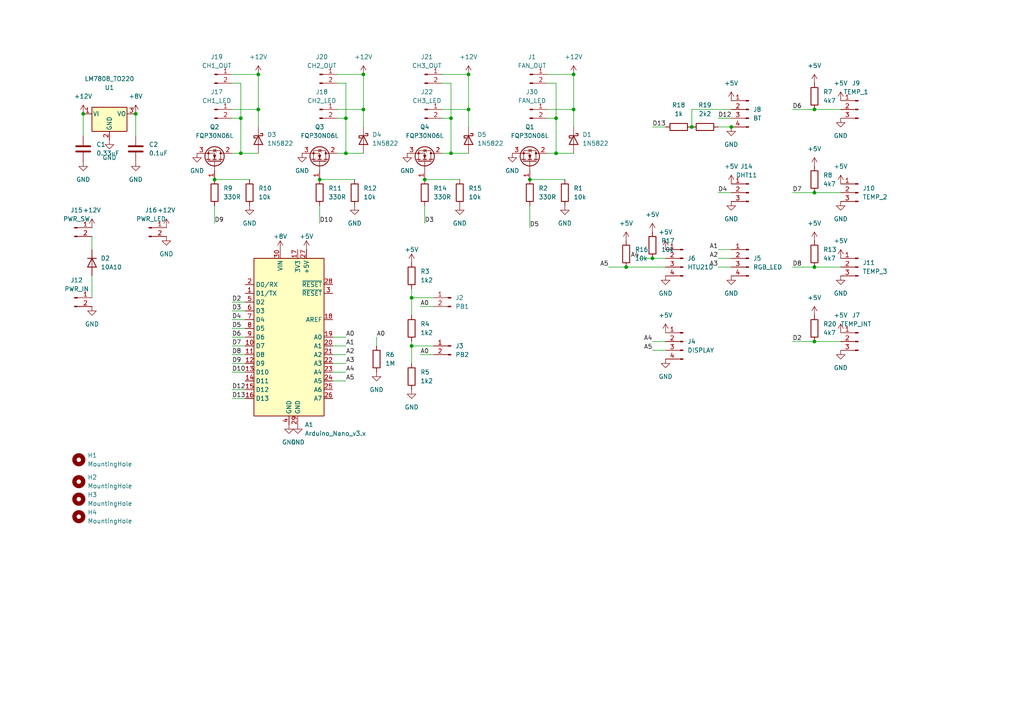
<source format=kicad_sch>
(kicad_sch (version 20211123) (generator eeschema)
  (paper "A4")
  (lib_symbols
    (symbol "Connector:Conn_01x02_Male" (pin_names (offset 1.016) hide)
      (property "Reference" "J" (at 0 2.54 0))
      (property "Value" "Conn_01x02_Male" (at 0 -5.08 0))
      (symbol "Conn_01x02_Male_1_1"
        (polyline (pts (xy 1.27 -2.54) (xy 0.8636 -2.54)) (stroke (width 0.1524)))
        (polyline (pts (xy 1.27 0) (xy 0.8636 0)) (stroke (width 0.1524)))
        (rectangle (start 0.8636 -2.413) (end 0 -2.667) (stroke (width 0.1524)) (fill (type outline)))
        (rectangle (start 0.8636 0.127) (end 0 -0.127) (stroke (width 0.1524)) (fill (type outline)))
        (pin passive line (at 5.08 0 180) (length 3.81) (name "Pin_1") (number "1"))
        (pin passive line (at 5.08 -2.54 180) (length 3.81) (name "Pin_2") (number "2"))
      )
    )
    (symbol "Connector:Conn_01x03_Male" (pin_names (offset 1.016) hide)
      (property "Reference" "J" (at 0 5.08 0))
      (property "Value" "Conn_01x03_Male" (at 0 -5.08 0))
      (symbol "Conn_01x03_Male_1_1"
        (polyline (pts (xy 1.27 -2.54) (xy 0.8636 -2.54)) (stroke (width 0.1524)))
        (polyline (pts (xy 1.27 0) (xy 0.8636 0)) (stroke (width 0.1524)))
        (polyline (pts (xy 1.27 2.54) (xy 0.8636 2.54)) (stroke (width 0.1524)))
        (rectangle (start 0.8636 -2.413) (end 0 -2.667) (stroke (width 0.1524)) (fill (type outline)))
        (rectangle (start 0.8636 0.127) (end 0 -0.127) (stroke (width 0.1524)) (fill (type outline)))
        (rectangle (start 0.8636 2.667) (end 0 2.413) (stroke (width 0.1524)) (fill (type outline)))
        (pin passive line (at 5.08 2.54 180) (length 3.81) (name "Pin_1") (number "1"))
        (pin passive line (at 5.08 0 180) (length 3.81) (name "Pin_2") (number "2"))
        (pin passive line (at 5.08 -2.54 180) (length 3.81) (name "Pin_3") (number "3"))
      )
    )
    (symbol "Connector:Conn_01x04_Male" (pin_names (offset 1.016) hide)
      (property "Reference" "J" (at 0 5.08 0))
      (property "Value" "Conn_01x04_Male" (at 0 -7.62 0))
      (symbol "Conn_01x04_Male_1_1"
        (polyline (pts (xy 1.27 -5.08) (xy 0.8636 -5.08)) (stroke (width 0.1524)))
        (polyline (pts (xy 1.27 -2.54) (xy 0.8636 -2.54)) (stroke (width 0.1524)))
        (polyline (pts (xy 1.27 0) (xy 0.8636 0)) (stroke (width 0.1524)))
        (polyline (pts (xy 1.27 2.54) (xy 0.8636 2.54)) (stroke (width 0.1524)))
        (rectangle (start 0.8636 -4.953) (end 0 -5.207) (stroke (width 0.1524)) (fill (type outline)))
        (rectangle (start 0.8636 -2.413) (end 0 -2.667) (stroke (width 0.1524)) (fill (type outline)))
        (rectangle (start 0.8636 0.127) (end 0 -0.127) (stroke (width 0.1524)) (fill (type outline)))
        (rectangle (start 0.8636 2.667) (end 0 2.413) (stroke (width 0.1524)) (fill (type outline)))
        (pin passive line (at 5.08 2.54 180) (length 3.81) (name "Pin_1") (number "1"))
        (pin passive line (at 5.08 0 180) (length 3.81) (name "Pin_2") (number "2"))
        (pin passive line (at 5.08 -2.54 180) (length 3.81) (name "Pin_3") (number "3"))
        (pin passive line (at 5.08 -5.08 180) (length 3.81) (name "Pin_4") (number "4"))
      )
    )
    (symbol "Device:C" (pin_numbers hide) (pin_names (offset 0.254))
      (property "Reference" "C" (at 0.635 2.54 0))
      (property "Value" "C" (at 0.635 -2.54 0))
      (symbol "C_0_1"
        (polyline (pts (xy -2.032 -0.762) (xy 2.032 -0.762)) (stroke (width 0.508)))
        (polyline (pts (xy -2.032 0.762) (xy 2.032 0.762)) (stroke (width 0.508)))
      )
      (symbol "C_1_1"
        (pin passive line (at 0 3.81 270) (length 2.794) (name "~") (number "1"))
        (pin passive line (at 0 -3.81 90) (length 2.794) (name "~") (number "2"))
      )
    )
    (symbol "Device:R" (pin_numbers hide) (pin_names (offset 0))
      (property "Reference" "R" (at 2.032 0 90))
      (property "Value" "R" (at 0 0 90))
      (symbol "R_0_1"
        (rectangle (start -1.016 -2.54) (end 1.016 2.54) (stroke (width 0.254)))
      )
      (symbol "R_1_1"
        (pin passive line (at 0 3.81 270) (length 1.27) (name "~") (number "1"))
        (pin passive line (at 0 -3.81 90) (length 1.27) (name "~") (number "2"))
      )
    )
    (symbol "Diode:1N4001" (pin_numbers hide) (pin_names (offset 1.016) hide)
      (property "Reference" "D" (at 0 2.54 0))
      (property "Value" "1N4001" (at 0 -2.54 0))
      (symbol "1N4001_0_1"
        (polyline (pts (xy -1.27 1.27) (xy -1.27 -1.27)) (stroke (width 0.254)))
        (polyline (pts (xy 1.27 0) (xy -1.27 0)))
        (polyline (pts (xy 1.27 1.27) (xy 1.27 -1.27) (xy -1.27 0) (xy 1.27 1.27)) (stroke (width 0.254)))
      )
      (symbol "1N4001_1_1"
        (pin passive line (at -3.81 0 0) (length 2.54) (name "K") (number "1"))
        (pin passive line (at 3.81 0 180) (length 2.54) (name "A") (number "2"))
      )
    )
    (symbol "Diode:1N5822" (pin_numbers hide) (pin_names (offset 1.016) hide)
      (property "Reference" "D" (at 0 2.54 0))
      (property "Value" "1N5822" (at 0 -2.54 0))
      (symbol "1N5822_0_1"
        (polyline (pts (xy 1.27 0) (xy -1.27 0)))
        (polyline (pts (xy 1.27 1.27) (xy 1.27 -1.27) (xy -1.27 0) (xy 1.27 1.27)) (stroke (width 0.254)))
        (polyline (pts (xy -1.905 0.635) (xy -1.905 1.27) (xy -1.27 1.27) (xy -1.27 -1.27) (xy -0.635 -1.27) (xy -0.635 -0.635)) (stroke (width 0.254)))
      )
      (symbol "1N5822_1_1"
        (pin passive line (at -3.81 0 0) (length 2.54) (name "K") (number "1"))
        (pin passive line (at 3.81 0 180) (length 2.54) (name "A") (number "2"))
      )
    )
    (symbol "MCU_Module:Arduino_Nano_v3.x"
      (property "Reference" "A" (at -10.16 23.495 0))
      (property "Value" "Arduino_Nano_v3.x" (at 5.08 -24.13 0))
      (symbol "Arduino_Nano_v3.x_0_1"
        (rectangle (start -10.16 22.86) (end 10.16 -22.86) (stroke (width 0.254)) (fill (type background)))
      )
      (symbol "Arduino_Nano_v3.x_1_1"
        (pin bidirectional line (at -12.7 12.7 0) (length 2.54) (name "D1/TX") (number "1"))
        (pin bidirectional line (at -12.7 -2.54 0) (length 2.54) (name "D7") (number "10"))
        (pin bidirectional line (at -12.7 -5.08 0) (length 2.54) (name "D8") (number "11"))
        (pin bidirectional line (at -12.7 -7.62 0) (length 2.54) (name "D9") (number "12"))
        (pin bidirectional line (at -12.7 -10.16 0) (length 2.54) (name "D10") (number "13"))
        (pin bidirectional line (at -12.7 -12.7 0) (length 2.54) (name "D11") (number "14"))
        (pin bidirectional line (at -12.7 -15.24 0) (length 2.54) (name "D12") (number "15"))
        (pin bidirectional line (at -12.7 -17.78 0) (length 2.54) (name "D13") (number "16"))
        (pin power_out line (at 2.54 25.4 270) (length 2.54) (name "3V3") (number "17"))
        (pin input line (at 12.7 5.08 180) (length 2.54) (name "AREF") (number "18"))
        (pin bidirectional line (at 12.7 0 180) (length 2.54) (name "A0") (number "19"))
        (pin bidirectional line (at -12.7 15.24 0) (length 2.54) (name "D0/RX") (number "2"))
        (pin bidirectional line (at 12.7 -2.54 180) (length 2.54) (name "A1") (number "20"))
        (pin bidirectional line (at 12.7 -5.08 180) (length 2.54) (name "A2") (number "21"))
        (pin bidirectional line (at 12.7 -7.62 180) (length 2.54) (name "A3") (number "22"))
        (pin bidirectional line (at 12.7 -10.16 180) (length 2.54) (name "A4") (number "23"))
        (pin bidirectional line (at 12.7 -12.7 180) (length 2.54) (name "A5") (number "24"))
        (pin bidirectional line (at 12.7 -15.24 180) (length 2.54) (name "A6") (number "25"))
        (pin bidirectional line (at 12.7 -17.78 180) (length 2.54) (name "A7") (number "26"))
        (pin power_out line (at 5.08 25.4 270) (length 2.54) (name "+5V") (number "27"))
        (pin input line (at 12.7 15.24 180) (length 2.54) (name "~{RESET}") (number "28"))
        (pin power_in line (at 2.54 -25.4 90) (length 2.54) (name "GND") (number "29"))
        (pin input line (at 12.7 12.7 180) (length 2.54) (name "~{RESET}") (number "3"))
        (pin power_in line (at -2.54 25.4 270) (length 2.54) (name "VIN") (number "30"))
        (pin power_in line (at 0 -25.4 90) (length 2.54) (name "GND") (number "4"))
        (pin bidirectional line (at -12.7 10.16 0) (length 2.54) (name "D2") (number "5"))
        (pin bidirectional line (at -12.7 7.62 0) (length 2.54) (name "D3") (number "6"))
        (pin bidirectional line (at -12.7 5.08 0) (length 2.54) (name "D4") (number "7"))
        (pin bidirectional line (at -12.7 2.54 0) (length 2.54) (name "D5") (number "8"))
        (pin bidirectional line (at -12.7 0 0) (length 2.54) (name "D6") (number "9"))
      )
    )
    (symbol "Mechanical:MountingHole" (pin_names (offset 1.016))
      (property "Reference" "H" (at 0 5.08 0))
      (property "Value" "MountingHole" (at 0 3.175 0))
      (symbol "MountingHole_0_1"
        (circle (center 0 0) (radius 1.27) (stroke (width 1.27)))
      )
    )
    (symbol "Regulator_Linear:LM7808_TO220" (pin_names (offset 0.254))
      (property "Reference" "U" (at -3.81 3.175 0))
      (property "Value" "LM7808_TO220" (at 0 3.175 0))
      (symbol "LM7808_TO220_0_1"
        (rectangle (start -5.08 1.905) (end 5.08 -5.08) (stroke (width 0.254)) (fill (type background)))
      )
      (symbol "LM7808_TO220_1_1"
        (pin power_in line (at -7.62 0 0) (length 2.54) (name "VI") (number "1"))
        (pin power_in line (at 0 -7.62 90) (length 2.54) (name "GND") (number "2"))
        (pin power_out line (at 7.62 0 180) (length 2.54) (name "VO") (number "3"))
      )
    )
    (symbol "Transistor_FET:BUZ11" (pin_names hide)
      (property "Reference" "Q" (at 6.35 1.905 0))
      (property "Value" "BUZ11" (at 6.35 0 0))
      (symbol "BUZ11_0_1"
        (polyline (pts (xy 0.254 0) (xy -2.54 0)))
        (polyline (pts (xy 0.254 1.905) (xy 0.254 -1.905)) (stroke (width 0.254)))
        (polyline (pts (xy 0.762 -1.27) (xy 0.762 -2.286)) (stroke (width 0.254)))
        (polyline (pts (xy 0.762 0.508) (xy 0.762 -0.508)) (stroke (width 0.254)))
        (polyline (pts (xy 0.762 2.286) (xy 0.762 1.27)) (stroke (width 0.254)))
        (polyline (pts (xy 2.54 2.54) (xy 2.54 1.778)))
        (polyline (pts (xy 2.54 -2.54) (xy 2.54 0) (xy 0.762 0)))
        (polyline (pts (xy 0.762 -1.778) (xy 3.302 -1.778) (xy 3.302 1.778) (xy 0.762 1.778)))
        (polyline (pts (xy 1.016 0) (xy 2.032 0.381) (xy 2.032 -0.381) (xy 1.016 0)) (fill (type outline)))
        (polyline (pts (xy 2.794 0.508) (xy 2.921 0.381) (xy 3.683 0.381) (xy 3.81 0.254)))
        (polyline (pts (xy 3.302 0.381) (xy 2.921 -0.254) (xy 3.683 -0.254) (xy 3.302 0.381)))
        (circle (center 1.651 0) (radius 2.794) (stroke (width 0.254)))
        (circle (center 2.54 -1.778) (radius 0.254) (fill (type outline)))
        (circle (center 2.54 1.778) (radius 0.254) (fill (type outline)))
      )
      (symbol "BUZ11_1_1"
        (pin input line (at -5.08 0 0) (length 2.54) (name "G") (number "1"))
        (pin passive line (at 2.54 5.08 270) (length 2.54) (name "D") (number "2"))
        (pin passive line (at 2.54 -5.08 90) (length 2.54) (name "S") (number "3"))
      )
    )
    (symbol "power:+12V" (power) (pin_names (offset 0))
      (property "Value" "+12V" (at 0 3.556 0))
      (symbol "+12V_0_1"
        (polyline (pts (xy -0.762 1.27) (xy 0 2.54)))
        (polyline (pts (xy 0 0) (xy 0 2.54)))
        (polyline (pts (xy 0 2.54) (xy 0.762 1.27)))
      )
      (symbol "+12V_1_1"
        (pin power_in line (at 0 0 90) (length 0) hide (name "+12V") (number "1"))
      )
    )
    (symbol "power:+5V" (power) (pin_names (offset 0))
      (property "Value" "+5V" (at 0 3.556 0))
      (symbol "+5V_0_1"
        (polyline (pts (xy -0.762 1.27) (xy 0 2.54)))
        (polyline (pts (xy 0 0) (xy 0 2.54)))
        (polyline (pts (xy 0 2.54) (xy 0.762 1.27)))
      )
      (symbol "+5V_1_1"
        (pin power_in line (at 0 0 90) (length 0) hide (name "+5V") (number "1"))
      )
    )
    (symbol "power:+8V" (power) (pin_names (offset 0))
      (property "Value" "+8V" (at 0 3.556 0))
      (symbol "+8V_0_1"
        (polyline (pts (xy -0.762 1.27) (xy 0 2.54)))
        (polyline (pts (xy 0 0) (xy 0 2.54)))
        (polyline (pts (xy 0 2.54) (xy 0.762 1.27)))
      )
      (symbol "+8V_1_1"
        (pin power_in line (at 0 0 90) (length 0) hide (name "+8V") (number "1"))
      )
    )
    (symbol "power:GND" (power) (pin_names (offset 0))
      (property "Value" "GND" (at 0 -3.81 0))
      (symbol "GND_0_1"
        (polyline (pts (xy 0 0) (xy 0 -1.27) (xy 1.27 -1.27) (xy 0 -2.54) (xy -1.27 -1.27) (xy 0 -1.27)))
      )
      (symbol "GND_1_1"
        (pin power_in line (at 0 0 270) (length 0) hide (name "GND") (number "1"))
      )
    )
  )
  (junction (at 135.89 31.75))
  (junction (at 135.89 21.59))
  (junction (at 236.22 55.88))
  (junction (at 69.85 34.29))
  (junction (at 189.23 74.93))
  (junction (at 100.33 34.29))
  (junction (at 181.61 77.47))
  (junction (at 105.41 21.59))
  (junction (at 130.81 34.29))
  (junction (at 166.37 31.75))
  (junction (at 153.67 52.07))
  (junction (at 69.85 44.45))
  (junction (at 62.23 52.07))
  (junction (at 236.22 99.06))
  (junction (at 39.37 33.02))
  (junction (at 119.38 86.36))
  (junction (at 161.29 34.29))
  (junction (at 166.37 21.59))
  (junction (at 212.09 36.83))
  (junction (at 100.33 44.45))
  (junction (at 200.66 36.83))
  (junction (at 236.22 31.75))
  (junction (at 105.41 31.75))
  (junction (at 123.19 52.07))
  (junction (at 236.22 77.47))
  (junction (at 130.81 44.45))
  (junction (at 119.38 100.33))
  (junction (at 24.13 33.02))
  (junction (at 74.93 21.59))
  (junction (at 92.71 52.07))
  (junction (at 74.93 31.75))
  (junction (at 161.29 44.45))
  (wire (pts (xy 96.52 102.87) (xy 100.33 102.87)))
  (wire (pts (xy 158.75 24.13) (xy 161.29 24.13)))
  (wire (pts (xy 123.19 52.07) (xy 133.35 52.07)))
  (wire (pts (xy 208.28 36.83) (xy 212.09 36.83)))
  (wire (pts (xy 130.81 44.45) (xy 135.89 44.45)))
  (wire (pts (xy 24.13 33.02) (xy 24.13 39.37)))
  (wire (pts (xy 67.31 97.79) (xy 71.12 97.79)))
  (wire (pts (xy 96.52 100.33) (xy 100.33 100.33)))
  (wire (pts (xy 158.75 21.59) (xy 166.37 21.59)))
  (wire (pts (xy 26.67 68.58) (xy 26.67 72.39)))
  (wire (pts (xy 229.87 55.88) (xy 236.22 55.88)))
  (wire (pts (xy 67.31 44.45) (xy 69.85 44.45)))
  (wire (pts (xy 119.38 86.36) (xy 119.38 91.44)))
  (wire (pts (xy 166.37 31.75) (xy 158.75 31.75)))
  (wire (pts (xy 67.31 95.25) (xy 71.12 95.25)))
  (wire (pts (xy 92.71 52.07) (xy 102.87 52.07)))
  (wire (pts (xy 130.81 24.13) (xy 130.81 34.29)))
  (wire (pts (xy 67.31 87.63) (xy 71.12 87.63)))
  (wire (pts (xy 161.29 44.45) (xy 166.37 44.45)))
  (wire (pts (xy 200.66 31.75) (xy 212.09 31.75)))
  (wire (pts (xy 121.92 102.87) (xy 125.73 102.87)))
  (wire (pts (xy 74.93 31.75) (xy 67.31 31.75)))
  (wire (pts (xy 121.92 88.9) (xy 125.73 88.9)))
  (wire (pts (xy 193.04 101.6) (xy 189.23 101.6)))
  (wire (pts (xy 69.85 34.29) (xy 67.31 34.29)))
  (wire (pts (xy 67.31 24.13) (xy 69.85 24.13)))
  (wire (pts (xy 236.22 31.75) (xy 243.84 31.75)))
  (wire (pts (xy 105.41 21.59) (xy 105.41 31.75)))
  (wire (pts (xy 161.29 44.45) (xy 161.29 34.29)))
  (wire (pts (xy 67.31 115.57) (xy 71.12 115.57)))
  (wire (pts (xy 97.79 21.59) (xy 105.41 21.59)))
  (wire (pts (xy 67.31 21.59) (xy 74.93 21.59)))
  (wire (pts (xy 92.71 59.69) (xy 92.71 64.77)))
  (wire (pts (xy 96.52 97.79) (xy 100.33 97.79)))
  (wire (pts (xy 119.38 86.36) (xy 125.73 86.36)))
  (wire (pts (xy 181.61 77.47) (xy 176.53 77.47)))
  (wire (pts (xy 128.27 44.45) (xy 130.81 44.45)))
  (wire (pts (xy 166.37 36.83) (xy 166.37 31.75)))
  (wire (pts (xy 130.81 44.45) (xy 130.81 34.29)))
  (wire (pts (xy 161.29 24.13) (xy 161.29 34.29)))
  (wire (pts (xy 119.38 83.82) (xy 119.38 86.36)))
  (wire (pts (xy 128.27 21.59) (xy 135.89 21.59)))
  (wire (pts (xy 123.19 59.69) (xy 123.19 64.77)))
  (wire (pts (xy 229.87 99.06) (xy 236.22 99.06)))
  (wire (pts (xy 100.33 24.13) (xy 100.33 34.29)))
  (wire (pts (xy 96.52 107.95) (xy 100.33 107.95)))
  (wire (pts (xy 119.38 100.33) (xy 125.73 100.33)))
  (wire (pts (xy 135.89 21.59) (xy 135.89 31.75)))
  (wire (pts (xy 39.37 33.02) (xy 39.37 39.37)))
  (wire (pts (xy 105.41 36.83) (xy 105.41 31.75)))
  (wire (pts (xy 166.37 21.59) (xy 166.37 31.75)))
  (wire (pts (xy 62.23 59.69) (xy 62.23 64.77)))
  (wire (pts (xy 189.23 36.83) (xy 193.04 36.83)))
  (wire (pts (xy 100.33 34.29) (xy 97.79 34.29)))
  (wire (pts (xy 67.31 107.95) (xy 71.12 107.95)))
  (wire (pts (xy 193.04 99.06) (xy 189.23 99.06)))
  (wire (pts (xy 158.75 44.45) (xy 161.29 44.45)))
  (wire (pts (xy 62.23 52.07) (xy 72.39 52.07)))
  (wire (pts (xy 74.93 21.59) (xy 74.93 31.75)))
  (wire (pts (xy 119.38 100.33) (xy 119.38 105.41)))
  (wire (pts (xy 67.31 100.33) (xy 71.12 100.33)))
  (wire (pts (xy 208.28 34.29) (xy 212.09 34.29)))
  (wire (pts (xy 229.87 31.75) (xy 236.22 31.75)))
  (wire (pts (xy 96.52 110.49) (xy 100.33 110.49)))
  (wire (pts (xy 69.85 44.45) (xy 74.93 44.45)))
  (wire (pts (xy 153.67 59.69) (xy 153.67 66.04)))
  (wire (pts (xy 161.29 34.29) (xy 158.75 34.29)))
  (wire (pts (xy 67.31 102.87) (xy 71.12 102.87)))
  (wire (pts (xy 193.04 77.47) (xy 181.61 77.47)))
  (wire (pts (xy 189.23 74.93) (xy 185.42 74.93)))
  (wire (pts (xy 67.31 113.03) (xy 71.12 113.03)))
  (wire (pts (xy 105.41 31.75) (xy 97.79 31.75)))
  (wire (pts (xy 100.33 44.45) (xy 100.33 34.29)))
  (wire (pts (xy 74.93 36.83) (xy 74.93 31.75)))
  (wire (pts (xy 236.22 77.47) (xy 243.84 77.47)))
  (wire (pts (xy 236.22 55.88) (xy 243.84 55.88)))
  (wire (pts (xy 212.09 74.93) (xy 208.28 74.93)))
  (wire (pts (xy 200.66 36.83) (xy 200.66 31.75)))
  (wire (pts (xy 193.04 74.93) (xy 189.23 74.93)))
  (wire (pts (xy 229.87 77.47) (xy 236.22 77.47)))
  (wire (pts (xy 97.79 24.13) (xy 100.33 24.13)))
  (wire (pts (xy 135.89 31.75) (xy 128.27 31.75)))
  (wire (pts (xy 67.31 92.71) (xy 71.12 92.71)))
  (wire (pts (xy 96.52 105.41) (xy 100.33 105.41)))
  (wire (pts (xy 67.31 90.17) (xy 71.12 90.17)))
  (wire (pts (xy 153.67 52.07) (xy 163.83 52.07)))
  (wire (pts (xy 109.22 97.79) (xy 109.22 100.33)))
  (wire (pts (xy 119.38 99.06) (xy 119.38 100.33)))
  (wire (pts (xy 130.81 34.29) (xy 128.27 34.29)))
  (wire (pts (xy 128.27 24.13) (xy 130.81 24.13)))
  (wire (pts (xy 69.85 24.13) (xy 69.85 34.29)))
  (wire (pts (xy 135.89 36.83) (xy 135.89 31.75)))
  (wire (pts (xy 100.33 44.45) (xy 105.41 44.45)))
  (wire (pts (xy 212.09 72.39) (xy 208.28 72.39)))
  (wire (pts (xy 97.79 44.45) (xy 100.33 44.45)))
  (wire (pts (xy 208.28 55.88) (xy 212.09 55.88)))
  (wire (pts (xy 236.22 99.06) (xy 243.84 99.06)))
  (wire (pts (xy 69.85 44.45) (xy 69.85 34.29)))
  (wire (pts (xy 67.31 105.41) (xy 71.12 105.41)))
  (wire (pts (xy 26.67 80.01) (xy 26.67 86.36)))
  (wire (pts (xy 212.09 77.47) (xy 208.28 77.47)))
  (label "D2" (at 67.31 87.63 0))
  (label "A0" (at 109.22 97.79 0))
  (label "D5" (at 153.67 66.04 0))
  (label "A0" (at 121.92 88.9 0))
  (label "A5" (at 100.33 110.49 0))
  (label "D10" (at 92.71 64.77 0))
  (label "D13" (at 189.23 36.83 0))
  (label "A5" (at 176.53 77.47 180))
  (label "D12" (at 67.31 113.03 0))
  (label "A0" (at 100.33 97.79 0))
  (label "A3" (at 208.28 77.47 180))
  (label "D8" (at 229.87 77.47 0))
  (label "D7" (at 67.31 100.33 0))
  (label "D6" (at 229.87 31.75 0))
  (label "A1" (at 100.33 100.33 0))
  (label "A0" (at 121.92 102.87 0))
  (label "D4" (at 67.31 92.71 0))
  (label "A4" (at 189.23 99.06 180))
  (label "A5" (at 189.23 101.6 180))
  (label "A3" (at 100.33 105.41 0))
  (label "D10" (at 67.31 107.95 0))
  (label "A1" (at 208.28 72.39 180))
  (label "D9" (at 62.23 64.77 0))
  (label "D2" (at 229.87 99.06 0))
  (label "A2" (at 208.28 74.93 180))
  (label "D5" (at 67.31 95.25 0))
  (label "D3" (at 67.31 90.17 0))
  (label "A4" (at 100.33 107.95 0))
  (label "D7" (at 229.87 55.88 0))
  (label "D4" (at 208.28 55.88 0))
  (label "D8" (at 67.31 102.87 0))
  (label "D9" (at 67.31 105.41 0))
  (label "D3" (at 123.19 64.77 0))
  (label "A2" (at 100.33 102.87 0))
  (label "D6" (at 67.31 97.79 0))
  (label "A4" (at 185.42 74.93 180))
  (label "D13" (at 67.31 115.57 0))
  (label "D12" (at 208.28 34.29 0))
  (symbol (lib_id "power:+5V") (at 212.09 29.21 0) (unit 1)
    (property "Reference" "#PWR0125" (effects hide))
    (property "Value" "+5V" (at 212.09 24.13 0))
  )
  (symbol (lib_id "power:+12V") (at 26.67 66.04 0) (unit 1)
    (property "Reference" "#PWR0114" (effects hide))
    (property "Value" "+12V" (at 26.67 60.96 0))
  )
  (symbol (lib_id "power:GND") (at 148.59 44.45 0) (unit 1)
    (property "Reference" "#PWR0142" (effects hide))
    (property "Value" "GND" (at 148.59 49.53 0))
  )
  (symbol (lib_id "Mechanical:MountingHole") (at 22.86 133.35 0) (unit 1)
    (property "Reference" "H1" (at 25.4 132.0799 0) (effects (justify left)))
    (property "Value" "MountingHole" (at 25.4 134.6199 0) (effects (justify left)))
    (property "Footprint" "MountingHole:MountingHole_3.2mm_M3" (effects hide))
  )
  (symbol (lib_id "power:+12V") (at 135.89 21.59 0) (unit 1)
    (property "Reference" "#PWR0103" (effects hide))
    (property "Value" "+12V" (at 135.89 16.51 0))
  )
  (symbol (lib_id "Device:R") (at 119.38 95.25 0) (unit 1)
    (property "Reference" "R4" (at 121.92 93.9799 0) (effects (justify left)))
    (property "Value" "1k2" (at 121.92 96.5199 0) (effects (justify left)))
    (property "Footprint" "Resistor_THT:R_Axial_DIN0309_L9.0mm_D3.2mm_P5.08mm_Vertical" (effects hide))
  )
  (symbol (lib_id "Device:R") (at 189.23 71.12 0) (mirror y) (unit 1)
    (property "Reference" "R17" (at 191.77 69.8499 0) (effects (justify right)))
    (property "Value" "10k" (at 191.77 72.3899 0) (effects (justify right)))
    (property "Footprint" "Resistor_THT:R_Axial_DIN0309_L9.0mm_D3.2mm_P5.08mm_Vertical" (effects hide))
  )
  (symbol (lib_id "power:+12V") (at 48.26 66.04 0) (unit 1)
    (property "Reference" "#PWR?" (effects hide))
    (property "Value" "+12V" (at 48.26 60.96 0))
  )
  (symbol (lib_id "power:+5V") (at 243.84 96.52 0) (mirror y) (unit 1)
    (property "Reference" "#PWR0134" (effects hide))
    (property "Value" "+5V" (at 243.84 91.44 0))
  )
  (symbol (lib_id "power:+12V") (at 105.41 21.59 0) (unit 1)
    (property "Reference" "#PWR0102" (effects hide))
    (property "Value" "+12V" (at 105.41 16.51 0))
  )
  (symbol (lib_id "power:GND") (at 118.11 44.45 0) (unit 1)
    (property "Reference" "#PWR0144" (effects hide))
    (property "Value" "GND" (at 118.11 49.53 0))
  )
  (symbol (lib_id "Diode:1N5822") (at 74.93 40.64 270) (unit 1)
    (property "Reference" "D3" (at 77.47 39.0524 90) (effects (justify left)))
    (property "Value" "1N5822" (at 77.47 41.5924 90) (effects (justify left)))
    (property "Footprint" "Diode_THT:D_DO-201AD_P15.24mm_Horizontal" (effects hide))
    (property "Datasheet" "http://www.vishay.com/docs/88526/1n5820.pdf" (effects hide))
  )
  (symbol (lib_id "Device:R") (at 62.23 55.88 0) (unit 1)
    (property "Reference" "R9" (at 64.77 54.6099 0) (effects (justify left)))
    (property "Value" "330R" (at 64.77 57.1499 0) (effects (justify left)))
    (property "Footprint" "Resistor_THT:R_Axial_DIN0309_L9.0mm_D3.2mm_P5.08mm_Vertical" (effects hide))
  )
  (symbol (lib_id "Connector:Conn_01x02_Male") (at 62.23 21.59 0) (unit 1)
    (property "Reference" "J19" (at 62.865 16.51 0))
    (property "Value" "CH1_OUT" (at 62.865 19.05 0))
    (property "Footprint" "Connector_JST:JST_XH_B2B-XH-A_1x02_P2.50mm_Vertical" (effects hide))
  )
  (symbol (lib_id "Device:R") (at 204.47 36.83 90) (unit 1)
    (property "Reference" "R19" (at 204.47 30.48 90))
    (property "Value" "2k2" (at 204.47 33.02 90))
    (property "Footprint" "Resistor_THT:R_Axial_DIN0309_L9.0mm_D3.2mm_P5.08mm_Vertical" (effects hide))
  )
  (symbol (lib_id "Device:C") (at 39.37 43.18 0) (unit 1)
    (property "Reference" "C2" (at 43.18 41.9099 0) (effects (justify left)))
    (property "Value" "0.1uF" (at 43.18 44.4499 0) (effects (justify left)))
    (property "Footprint" "Capacitor_THT:C_Disc_D6.0mm_W4.4mm_P5.00mm" (effects hide))
  )
  (symbol (lib_id "power:+8V") (at 39.37 33.02 0) (unit 1)
    (property "Reference" "#PWR0107" (effects hide))
    (property "Value" "+8V" (at 39.37 27.94 0))
  )
  (symbol (lib_id "Diode:1N5822") (at 135.89 40.64 270) (unit 1)
    (property "Reference" "D5" (at 138.43 39.0524 90) (effects (justify left)))
    (property "Value" "1N5822" (at 138.43 41.5924 90) (effects (justify left)))
    (property "Footprint" "Diode_THT:D_DO-201AD_P15.24mm_Horizontal" (effects hide))
    (property "Datasheet" "http://www.vishay.com/docs/88526/1n5820.pdf" (effects hide))
  )
  (symbol (lib_id "power:+12V") (at 74.93 21.59 0) (unit 1)
    (property "Reference" "#PWR0108" (effects hide))
    (property "Value" "+12V" (at 74.93 16.51 0))
  )
  (symbol (lib_id "power:GND") (at 243.84 80.01 0) (mirror y) (unit 1)
    (property "Reference" "#PWR0132" (effects hide))
    (property "Value" "GND" (at 243.84 85.09 0))
  )
  (symbol (lib_id "power:GND") (at 243.84 101.6 0) (mirror y) (unit 1)
    (property "Reference" "#PWR0133" (effects hide))
    (property "Value" "GND" (at 243.84 106.68 0))
  )
  (symbol (lib_id "Connector:Conn_01x04_Male") (at 217.17 74.93 0) (mirror y) (unit 1)
    (property "Reference" "J5" (at 218.44 74.9299 0) (effects (justify right)))
    (property "Value" "RGB_LED" (at 218.44 77.4699 0) (effects (justify right)))
    (property "Footprint" "Connector_JST:JST_XH_B4B-XH-A_1x04_P2.50mm_Vertical" (effects hide))
  )
  (symbol (lib_id "Diode:1N5822") (at 166.37 40.64 270) (unit 1)
    (property "Reference" "D1" (at 168.91 39.0524 90) (effects (justify left)))
    (property "Value" "1N5822" (at 168.91 41.5924 90) (effects (justify left)))
    (property "Footprint" "Diode_THT:D_DO-201AD_P15.24mm_Horizontal" (effects hide))
    (property "Datasheet" "http://www.vishay.com/docs/88526/1n5820.pdf" (effects hide))
  )
  (symbol (lib_id "power:GND") (at 24.13 46.99 0) (unit 1)
    (property "Reference" "#PWR0146" (effects hide))
    (property "Value" "GND" (at 24.13 52.07 0))
  )
  (symbol (lib_id "power:GND") (at 133.35 59.69 0) (unit 1)
    (property "Reference" "#PWR0143" (effects hide))
    (property "Value" "GND" (at 133.35 64.77 0))
  )
  (symbol (lib_id "Device:R") (at 196.85 36.83 90) (unit 1)
    (property "Reference" "R18" (at 196.85 30.48 90))
    (property "Value" "1k" (at 196.85 33.02 90))
    (property "Footprint" "Resistor_THT:R_Axial_DIN0309_L9.0mm_D3.2mm_P5.08mm_Vertical" (effects hide))
  )
  (symbol (lib_id "Regulator_Linear:LM7808_TO220") (at 31.75 33.02 0) (unit 1)
    (property "Reference" "U1" (at 31.75 25.4 0))
    (property "Value" "LM7808_TO220" (at 31.75 22.86 0))
    (property "Footprint" "Package_TO_SOT_THT:TO-220-3_Vertical" (effects hide))
    (property "Datasheet" "https://www.onsemi.cn/PowerSolutions/document/MC7800-D.PDF" (effects hide))
  )
  (symbol (lib_id "power:+5V") (at 88.9 72.39 0) (unit 1)
    (property "Reference" "#PWR0117" (effects hide))
    (property "Value" "+5V" (at 88.9 68.58 0))
  )
  (symbol (lib_id "power:GND") (at 26.67 88.9 0) (unit 1)
    (property "Reference" "#PWR0115" (effects hide))
    (property "Value" "GND" (at 26.67 93.98 0))
  )
  (symbol (lib_id "Device:R") (at 123.19 55.88 0) (unit 1)
    (property "Reference" "R14" (at 125.73 54.6099 0) (effects (justify left)))
    (property "Value" "330R" (at 125.73 57.1499 0) (effects (justify left)))
    (property "Footprint" "Resistor_THT:R_Axial_DIN0309_L9.0mm_D3.2mm_P5.08mm_Vertical" (effects hide))
  )
  (symbol (lib_id "power:GND") (at 109.22 107.95 0) (unit 1)
    (property "Reference" "#PWR0145" (effects hide))
    (property "Value" "GND" (at 109.22 113.03 0))
  )
  (symbol (lib_id "Connector:Conn_01x02_Male") (at 123.19 31.75 0) (unit 1)
    (property "Reference" "J22" (at 123.825 26.67 0))
    (property "Value" "CH3_LED" (at 123.825 29.21 0))
    (property "Footprint" "Connector_JST:JST_XH_B2B-XH-A_1x02_P2.50mm_Vertical" (effects hide))
  )
  (symbol (lib_id "Device:R") (at 181.61 73.66 0) (mirror y) (unit 1)
    (property "Reference" "R16" (at 184.15 72.3899 0) (effects (justify right)))
    (property "Value" "10k" (at 184.15 74.9299 0) (effects (justify right)))
    (property "Footprint" "Resistor_THT:R_Axial_DIN0309_L9.0mm_D3.2mm_P5.08mm_Vertical" (effects hide))
  )
  (symbol (lib_id "power:GND") (at 212.09 80.01 0) (mirror y) (unit 1)
    (property "Reference" "#PWR0136" (effects hide))
    (property "Value" "GND" (at 212.09 85.09 0))
  )
  (symbol (lib_id "Transistor_FET:BUZ11") (at 153.67 46.99 270) (mirror x) (unit 1)
    (property "Reference" "Q1" (at 153.67 36.83 90))
    (property "Value" "FQP30N06L" (at 153.67 39.37 90))
    (property "Footprint" "Package_TO_SOT_THT:TO-220-3_Vertical" (effects hide))
    (property "Datasheet" "https://media.digikey.com/pdf/Data%20Sheets/Fairchild%20PDFs/BUZ11.pdf" (effects hide))
  )
  (symbol (lib_id "power:GND") (at 243.84 58.42 0) (mirror y) (unit 1)
    (property "Reference" "#PWR0130" (effects hide))
    (property "Value" "GND" (at 243.84 63.5 0))
  )
  (symbol (lib_id "Mechanical:MountingHole") (at 22.86 144.78 0) (unit 1)
    (property "Reference" "H3" (at 25.4 143.5099 0) (effects (justify left)))
    (property "Value" "MountingHole" (at 25.4 146.0499 0) (effects (justify left)))
    (property "Footprint" "MountingHole:MountingHole_3.2mm_M3" (effects hide))
  )
  (symbol (lib_id "Connector:Conn_01x03_Male") (at 248.92 77.47 0) (mirror y) (unit 1)
    (property "Reference" "J11" (at 250.19 76.1999 0) (effects (justify right)))
    (property "Value" "TEMP_3" (at 250.19 78.7399 0) (effects (justify right)))
    (property "Footprint" "Connector_JST:JST_XH_B3B-XH-A_1x03_P2.50mm_Vertical" (effects hide))
  )
  (symbol (lib_id "Connector:Conn_01x02_Male") (at 153.67 21.59 0) (unit 1)
    (property "Reference" "J1" (at 154.305 16.51 0))
    (property "Value" "FAN_OUT" (at 154.305 19.05 0))
    (property "Footprint" "Connector_JST:JST_XH_B2B-XH-A_1x02_P2.50mm_Vertical" (effects hide))
  )
  (symbol (lib_id "Connector:Conn_01x02_Male") (at 123.19 21.59 0) (unit 1)
    (property "Reference" "J21" (at 123.825 16.51 0))
    (property "Value" "CH3_OUT" (at 123.825 19.05 0))
    (property "Footprint" "Connector_JST:JST_XH_B2B-XH-A_1x02_P2.50mm_Vertical" (effects hide))
  )
  (symbol (lib_id "Device:R") (at 236.22 27.94 0) (unit 1)
    (property "Reference" "R7" (at 238.76 26.6699 0) (effects (justify left)))
    (property "Value" "4k7" (at 238.76 29.2099 0) (effects (justify left)))
    (property "Footprint" "Resistor_THT:R_Axial_DIN0309_L9.0mm_D3.2mm_P5.08mm_Vertical" (effects hide))
  )
  (symbol (lib_id "power:GND") (at 31.75 40.64 0) (unit 1)
    (property "Reference" "#PWR0112" (effects hide))
    (property "Value" "GND" (at 31.75 45.72 0))
  )
  (symbol (lib_id "Connector:Conn_01x02_Male") (at 130.81 86.36 0) (mirror y) (unit 1)
    (property "Reference" "J2" (at 132.08 86.3599 0) (effects (justify right)))
    (property "Value" "PB1" (at 132.08 88.8999 0) (effects (justify right)))
    (property "Footprint" "Connector_JST:JST_XH_B2B-XH-A_1x02_P2.50mm_Vertical" (effects hide))
  )
  (symbol (lib_id "power:+5V") (at 243.84 53.34 0) (mirror y) (unit 1)
    (property "Reference" "#PWR0122" (effects hide))
    (property "Value" "+5V" (at 243.84 48.26 0))
  )
  (symbol (lib_id "power:GND") (at 87.63 44.45 0) (unit 1)
    (property "Reference" "#PWR0101" (effects hide))
    (property "Value" "GND" (at 87.63 49.53 0))
  )
  (symbol (lib_id "power:GND") (at 193.04 104.14 0) (mirror y) (unit 1)
    (property "Reference" "#PWR0140" (effects hide))
    (property "Value" "GND" (at 193.04 109.22 0))
  )
  (symbol (lib_id "power:+5V") (at 236.22 24.13 0) (unit 1)
    (property "Reference" "#PWR0120" (effects hide))
    (property "Value" "+5V" (at 236.22 19.05 0))
  )
  (symbol (lib_id "Device:R") (at 119.38 80.01 0) (unit 1)
    (property "Reference" "R3" (at 121.92 78.7399 0) (effects (justify left)))
    (property "Value" "1k2" (at 121.92 81.2799 0) (effects (justify left)))
    (property "Footprint" "Resistor_THT:R_Axial_DIN0309_L9.0mm_D3.2mm_P5.08mm_Vertical" (effects hide))
  )
  (symbol (lib_id "Diode:1N4001") (at 26.67 76.2 270) (unit 1)
    (property "Reference" "D2" (at 29.21 74.9299 90) (effects (justify left)))
    (property "Value" "10A10" (at 29.21 77.4699 90) (effects (justify left)))
    (property "Footprint" "Diode_THT:10A10" (effects hide))
    (property "Datasheet" "https://www.rectron.com/data_sheets/10a05-10a10.pdf" (effects hide))
  )
  (symbol (lib_id "Device:R") (at 72.39 55.88 0) (unit 1)
    (property "Reference" "R10" (at 74.93 54.6099 0) (effects (justify left)))
    (property "Value" "10k" (at 74.93 57.1499 0) (effects (justify left)))
    (property "Footprint" "Resistor_THT:R_Axial_DIN0309_L9.0mm_D3.2mm_P5.08mm_Vertical" (effects hide))
  )
  (symbol (lib_id "Connector:Conn_01x02_Male") (at 21.59 66.04 0) (unit 1)
    (property "Reference" "J15" (at 22.225 60.96 0))
    (property "Value" "PWR_SW" (at 22.225 63.5 0))
    (property "Footprint" "Connector_JST:JST_XH_B2B-XH-A_1x02_P2.50mm_Vertical" (effects hide))
  )
  (symbol (lib_id "power:+12V") (at 24.13 33.02 0) (unit 1)
    (property "Reference" "#PWR0113" (effects hide))
    (property "Value" "+12V" (at 24.13 27.94 0))
  )
  (symbol (lib_id "Connector:Conn_01x03_Male") (at 248.92 31.75 0) (mirror y) (unit 1)
    (property "Reference" "J9" (at 248.285 24.13 0))
    (property "Value" "TEMP_1" (at 248.285 26.67 0))
    (property "Footprint" "Connector_JST:JST_XH_B3B-XH-A_1x03_P2.50mm_Vertical" (effects hide))
  )
  (symbol (lib_id "power:+5V") (at 181.61 69.85 0) (mirror y) (unit 1)
    (property "Reference" "#PWR0106" (effects hide))
    (property "Value" "+5V" (at 181.61 64.77 0))
  )
  (symbol (lib_id "Connector:Conn_01x04_Male") (at 217.17 31.75 0) (mirror y) (unit 1)
    (property "Reference" "J8" (at 218.44 31.7499 0) (effects (justify right)))
    (property "Value" "BT" (at 218.44 34.2899 0) (effects (justify right)))
    (property "Footprint" "Connector_PinHeader_2.54mm:PinHeader_1x04_P2.54mm_Vertical" (effects hide))
  )
  (symbol (lib_id "Device:R") (at 236.22 95.25 0) (unit 1)
    (property "Reference" "R20" (at 238.76 93.9799 0) (effects (justify left)))
    (property "Value" "4k7" (at 238.76 96.5199 0) (effects (justify left)))
    (property "Footprint" "Resistor_THT:R_Axial_DIN0309_L9.0mm_D3.2mm_P5.08mm_Vertical" (effects hide))
  )
  (symbol (lib_id "Diode:1N5822") (at 105.41 40.64 270) (unit 1)
    (property "Reference" "D4" (at 107.95 39.0524 90) (effects (justify left)))
    (property "Value" "1N5822" (at 107.95 41.5924 90) (effects (justify left)))
    (property "Footprint" "Diode_THT:D_DO-201AD_P15.24mm_Horizontal" (effects hide))
    (property "Datasheet" "http://www.vishay.com/docs/88526/1n5820.pdf" (effects hide))
  )
  (symbol (lib_id "power:+5V") (at 212.09 53.34 0) (unit 1)
    (property "Reference" "#PWR0127" (effects hide))
    (property "Value" "+5V" (at 212.09 48.26 0))
  )
  (symbol (lib_id "power:GND") (at 119.38 113.03 0) (unit 1)
    (property "Reference" "#PWR02" (effects hide))
    (property "Value" "GND" (at 119.38 118.11 0))
  )
  (symbol (lib_id "Connector:Conn_01x02_Male") (at 92.71 31.75 0) (unit 1)
    (property "Reference" "J18" (at 93.345 26.67 0))
    (property "Value" "CH2_LED" (at 93.345 29.21 0))
    (property "Footprint" "Connector_JST:JST_XH_B2B-XH-A_1x02_P2.50mm_Vertical" (effects hide))
  )
  (symbol (lib_id "Connector:Conn_01x02_Male") (at 153.67 31.75 0) (unit 1)
    (property "Reference" "J30" (at 154.305 26.67 0))
    (property "Value" "FAN_LED" (at 154.305 29.21 0))
    (property "Footprint" "Connector_JST:JST_XH_B2B-XH-A_1x02_P2.50mm_Vertical" (effects hide))
  )
  (symbol (lib_id "power:+8V") (at 81.28 72.39 0) (unit 1)
    (property "Reference" "#PWR0116" (effects hide))
    (property "Value" "+8V" (at 81.28 68.58 0))
  )
  (symbol (lib_id "Connector:Conn_01x02_Male") (at 43.18 66.04 0) (unit 1)
    (property "Reference" "J16" (at 43.815 60.96 0))
    (property "Value" "PWR_LED" (at 43.815 63.5 0))
    (property "Footprint" "Connector_JST:JST_XH_B2B-XH-A_1x02_P2.50mm_Vertical" (effects hide))
  )
  (symbol (lib_id "Device:R") (at 163.83 55.88 0) (unit 1)
    (property "Reference" "R1" (at 166.37 54.6099 0) (effects (justify left)))
    (property "Value" "10k" (at 166.37 57.1499 0) (effects (justify left)))
    (property "Footprint" "Resistor_THT:R_Axial_DIN0309_L9.0mm_D3.2mm_P5.08mm_Vertical" (effects hide))
  )
  (symbol (lib_id "Connector:Conn_01x03_Male") (at 248.92 99.06 0) (mirror y) (unit 1)
    (property "Reference" "J7" (at 248.285 91.44 0))
    (property "Value" "TEMP_INT" (at 248.285 93.98 0))
    (property "Footprint" "Connector_JST:JST_XH_B3B-XH-A_1x03_P2.50mm_Vertical" (effects hide))
  )
  (symbol (lib_id "power:+5V") (at 243.84 29.21 0) (mirror y) (unit 1)
    (property "Reference" "#PWR0123" (effects hide))
    (property "Value" "+5V" (at 243.84 24.13 0))
  )
  (symbol (lib_id "power:+5V") (at 119.38 76.2 0) (unit 1)
    (property "Reference" "#PWR01" (effects hide))
    (property "Value" "+5V" (at 119.38 72.39 0))
  )
  (symbol (lib_id "Device:R") (at 153.67 55.88 0) (unit 1)
    (property "Reference" "R2" (at 156.21 54.6099 0) (effects (justify left)))
    (property "Value" "330R" (at 156.21 57.1499 0) (effects (justify left)))
    (property "Footprint" "Resistor_THT:R_Axial_DIN0309_L9.0mm_D3.2mm_P5.08mm_Vertical" (effects hide))
  )
  (symbol (lib_id "Device:R") (at 109.22 104.14 0) (unit 1)
    (property "Reference" "R6" (at 111.76 102.8699 0) (effects (justify left)))
    (property "Value" "1M" (at 111.76 105.4099 0) (effects (justify left)))
    (property "Footprint" "Resistor_THT:R_Axial_DIN0309_L9.0mm_D3.2mm_P5.08mm_Vertical" (effects hide))
  )
  (symbol (lib_id "Transistor_FET:BUZ11") (at 92.71 46.99 270) (mirror x) (unit 1)
    (property "Reference" "Q3" (at 92.71 36.83 90))
    (property "Value" "FQP30N06L" (at 92.71 39.37 90))
    (property "Footprint" "Package_TO_SOT_THT:TO-220-3_Vertical" (effects hide))
    (property "Datasheet" "https://media.digikey.com/pdf/Data%20Sheets/Fairchild%20PDFs/BUZ11.pdf" (effects hide))
  )
  (symbol (lib_id "Device:R") (at 236.22 73.66 0) (unit 1)
    (property "Reference" "R13" (at 238.76 72.3899 0) (effects (justify left)))
    (property "Value" "4k7" (at 238.76 74.9299 0) (effects (justify left)))
    (property "Footprint" "Resistor_THT:R_Axial_DIN0309_L9.0mm_D3.2mm_P5.08mm_Vertical" (effects hide))
  )
  (symbol (lib_id "power:GND") (at 212.09 36.83 0) (unit 1)
    (property "Reference" "#PWR0126" (effects hide))
    (property "Value" "GND" (at 212.09 41.91 0))
  )
  (symbol (lib_id "Device:R") (at 92.71 55.88 0) (unit 1)
    (property "Reference" "R11" (at 95.25 54.6099 0) (effects (justify left)))
    (property "Value" "330R" (at 95.25 57.1499 0) (effects (justify left)))
    (property "Footprint" "Resistor_THT:R_Axial_DIN0309_L9.0mm_D3.2mm_P5.08mm_Vertical" (effects hide))
  )
  (symbol (lib_id "Connector:Conn_01x04_Male") (at 198.12 74.93 0) (mirror y) (unit 1)
    (property "Reference" "J6" (at 199.39 74.9299 0) (effects (justify right)))
    (property "Value" "HTU21D" (at 199.39 77.4699 0) (effects (justify right)))
    (property "Footprint" "Connector_JST:JST_XH_B4B-XH-A_1x04_P2.50mm_Vertical" (effects hide))
  )
  (symbol (lib_id "power:+5V") (at 236.22 91.44 0) (unit 1)
    (property "Reference" "#PWR0131" (effects hide))
    (property "Value" "+5V" (at 236.22 86.36 0))
  )
  (symbol (lib_id "power:GND") (at 72.39 59.69 0) (unit 1)
    (property "Reference" "#PWR0110" (effects hide))
    (property "Value" "GND" (at 72.39 64.77 0))
  )
  (symbol (lib_id "power:GND") (at 86.36 123.19 0) (unit 1)
    (property "Reference" "#PWR0118" (effects hide))
    (property "Value" "GND" (at 86.36 128.27 0))
  )
  (symbol (lib_id "Connector:Conn_01x02_Male") (at 21.59 86.36 0) (unit 1)
    (property "Reference" "J12" (at 22.225 81.28 0))
    (property "Value" "PWR_IN" (at 22.225 83.82 0))
    (property "Footprint" "Connector_JST:JST_XH_B2B-XH-A_1x02_P2.50mm_Vertical" (effects hide))
  )
  (symbol (lib_id "Connector:Conn_01x02_Male") (at 130.81 100.33 0) (mirror y) (unit 1)
    (property "Reference" "J3" (at 132.08 100.3299 0) (effects (justify right)))
    (property "Value" "PB2" (at 132.08 102.8699 0) (effects (justify right)))
    (property "Footprint" "Connector_JST:JST_XH_B2B-XH-A_1x02_P2.50mm_Vertical" (effects hide))
  )
  (symbol (lib_id "power:+12V") (at 166.37 21.59 0) (unit 1)
    (property "Reference" "#PWR0104" (effects hide))
    (property "Value" "+12V" (at 166.37 16.51 0))
  )
  (symbol (lib_id "power:+5V") (at 193.04 96.52 0) (mirror y) (unit 1)
    (property "Reference" "#PWR0139" (effects hide))
    (property "Value" "+5V" (at 193.04 91.44 0))
  )
  (symbol (lib_id "Connector:Conn_01x03_Male") (at 217.17 55.88 0) (mirror y) (unit 1)
    (property "Reference" "J14" (at 216.535 48.26 0))
    (property "Value" "DHT11" (at 216.535 50.8 0))
    (property "Footprint" "Connector_JST:JST_XH_B3B-XH-AM_1x03_P2.50mm_Vertical" (effects hide))
  )
  (symbol (lib_id "Device:R") (at 119.38 109.22 0) (unit 1)
    (property "Reference" "R5" (at 121.92 107.9499 0) (effects (justify left)))
    (property "Value" "1k2" (at 121.92 110.4899 0) (effects (justify left)))
    (property "Footprint" "Resistor_THT:R_Axial_DIN0309_L9.0mm_D3.2mm_P5.08mm_Vertical" (effects hide))
  )
  (symbol (lib_id "Device:R") (at 102.87 55.88 0) (unit 1)
    (property "Reference" "R12" (at 105.41 54.6099 0) (effects (justify left)))
    (property "Value" "10k" (at 105.41 57.1499 0) (effects (justify left)))
    (property "Footprint" "Resistor_THT:R_Axial_DIN0309_L9.0mm_D3.2mm_P5.08mm_Vertical" (effects hide))
  )
  (symbol (lib_id "power:GND") (at 57.15 44.45 0) (unit 1)
    (property "Reference" "#PWR0109" (effects hide))
    (property "Value" "GND" (at 57.15 49.53 0))
  )
  (symbol (lib_id "Connector:Conn_01x02_Male") (at 92.71 21.59 0) (unit 1)
    (property "Reference" "J20" (at 93.345 16.51 0))
    (property "Value" "CH2_OUT" (at 93.345 19.05 0))
    (property "Footprint" "Connector_JST:JST_XH_B2B-XH-A_1x02_P2.50mm_Vertical" (effects hide))
  )
  (symbol (lib_id "Connector:Conn_01x03_Male") (at 248.92 55.88 0) (mirror y) (unit 1)
    (property "Reference" "J10" (at 250.19 54.6099 0) (effects (justify right)))
    (property "Value" "TEMP_2" (at 250.19 57.1499 0) (effects (justify right)))
    (property "Footprint" "Connector_JST:JST_XH_B3B-XH-A_1x03_P2.50mm_Vertical" (effects hide))
  )
  (symbol (lib_id "Transistor_FET:BUZ11") (at 123.19 46.99 270) (mirror x) (unit 1)
    (property "Reference" "Q4" (at 123.19 36.83 90))
    (property "Value" "FQP30N06L" (at 123.19 39.37 90))
    (property "Footprint" "Package_TO_SOT_THT:TO-220-3_Vertical" (effects hide))
    (property "Datasheet" "https://media.digikey.com/pdf/Data%20Sheets/Fairchild%20PDFs/BUZ11.pdf" (effects hide))
  )
  (symbol (lib_id "MCU_Module:Arduino_Nano_v3.x") (at 83.82 97.79 0) (unit 1)
    (property "Reference" "A1" (at 88.3794 123.19 0) (effects (justify left)))
    (property "Value" "Arduino_Nano_v3.x" (at 88.3794 125.73 0) (effects (justify left)))
    (property "Footprint" "Module:Arduino_Nano" (effects hide))
    (property "Datasheet" "http://www.mouser.com/pdfdocs/Gravitech_Arduino_Nano3_0.pdf" (effects hide))
  )
  (symbol (lib_id "Mechanical:MountingHole") (at 22.86 139.7 0) (unit 1)
    (property "Reference" "H2" (at 25.4 138.4299 0) (effects (justify left)))
    (property "Value" "MountingHole" (at 25.4 140.9699 0) (effects (justify left)))
    (property "Footprint" "MountingHole:MountingHole_3.2mm_M3" (effects hide))
  )
  (symbol (lib_id "Device:C") (at 24.13 43.18 0) (unit 1)
    (property "Reference" "C1" (at 27.94 41.9099 0) (effects (justify left)))
    (property "Value" "0.33uF" (at 27.94 44.4499 0) (effects (justify left)))
    (property "Footprint" "Capacitor_THT:C_Disc_D6.0mm_W4.4mm_P5.00mm" (effects hide))
  )
  (symbol (lib_id "Transistor_FET:BUZ11") (at 62.23 46.99 270) (mirror x) (unit 1)
    (property "Reference" "Q2" (at 62.23 36.83 90))
    (property "Value" "FQP30N06L" (at 62.23 39.37 90))
    (property "Footprint" "Package_TO_SOT_THT:TO-220-3_Vertical" (effects hide))
    (property "Datasheet" "https://media.digikey.com/pdf/Data%20Sheets/Fairchild%20PDFs/BUZ11.pdf" (effects hide))
  )
  (symbol (lib_id "power:GND") (at 243.84 34.29 0) (mirror y) (unit 1)
    (property "Reference" "#PWR0124" (effects hide))
    (property "Value" "GND" (at 243.84 39.37 0))
  )
  (symbol (lib_id "power:GND") (at 83.82 123.19 0) (unit 1)
    (property "Reference" "#PWR0119" (effects hide))
    (property "Value" "GND" (at 83.82 128.27 0))
  )
  (symbol (lib_id "power:+5V") (at 193.04 72.39 0) (mirror y) (unit 1)
    (property "Reference" "#PWR0137" (effects hide))
    (property "Value" "+5V" (at 193.04 67.31 0))
  )
  (symbol (lib_id "Mechanical:MountingHole") (at 22.86 149.86 0) (unit 1)
    (property "Reference" "H4" (at 25.4 148.5899 0) (effects (justify left)))
    (property "Value" "MountingHole" (at 25.4 151.1299 0) (effects (justify left)))
    (property "Footprint" "MountingHole:MountingHole_3.2mm_M3" (effects hide))
  )
  (symbol (lib_id "Connector:Conn_01x02_Male") (at 62.23 31.75 0) (unit 1)
    (property "Reference" "J17" (at 62.865 26.67 0))
    (property "Value" "CH1_LED" (at 62.865 29.21 0))
    (property "Footprint" "Connector_JST:JST_XH_B2B-XH-A_1x02_P2.50mm_Vertical" (effects hide))
  )
  (symbol (lib_id "power:GND") (at 39.37 46.99 0) (unit 1)
    (property "Reference" "#PWR0147" (effects hide))
    (property "Value" "GND" (at 39.37 52.07 0))
  )
  (symbol (lib_id "Connector:Conn_01x04_Male") (at 198.12 99.06 0) (mirror y) (unit 1)
    (property "Reference" "J4" (at 199.39 99.0599 0) (effects (justify right)))
    (property "Value" "DISPLAY" (at 199.39 101.5999 0) (effects (justify right)))
    (property "Footprint" "Connector_JST:JST_XH_B4B-XH-A_1x04_P2.50mm_Vertical" (effects hide))
  )
  (symbol (lib_id "power:+5V") (at 236.22 48.26 0) (unit 1)
    (property "Reference" "#PWR0121" (effects hide))
    (property "Value" "+5V" (at 236.22 43.18 0))
  )
  (symbol (lib_id "power:GND") (at 193.04 80.01 0) (mirror y) (unit 1)
    (property "Reference" "#PWR0138" (effects hide))
    (property "Value" "GND" (at 193.04 85.09 0))
  )
  (symbol (lib_id "Device:R") (at 133.35 55.88 0) (unit 1)
    (property "Reference" "R15" (at 135.89 54.6099 0) (effects (justify left)))
    (property "Value" "10k" (at 135.89 57.1499 0) (effects (justify left)))
    (property "Footprint" "Resistor_THT:R_Axial_DIN0309_L9.0mm_D3.2mm_P5.08mm_Vertical" (effects hide))
  )
  (symbol (lib_id "power:GND") (at 48.26 68.58 0) (unit 1)
    (property "Reference" "#PWR?" (effects hide))
    (property "Value" "GND" (at 48.26 73.66 0))
  )
  (symbol (lib_id "power:GND") (at 163.83 59.69 0) (unit 1)
    (property "Reference" "#PWR0105" (effects hide))
    (property "Value" "GND" (at 163.83 64.77 0))
  )
  (symbol (lib_id "power:GND") (at 102.87 59.69 0) (unit 1)
    (property "Reference" "#PWR0111" (effects hide))
    (property "Value" "GND" (at 102.87 64.77 0))
  )
  (symbol (lib_id "power:+5V") (at 243.84 74.93 0) (mirror y) (unit 1)
    (property "Reference" "#PWR0128" (effects hide))
    (property "Value" "+5V" (at 243.84 69.85 0))
  )
  (symbol (lib_id "power:+5V") (at 236.22 69.85 0) (unit 1)
    (property "Reference" "#PWR0129" (effects hide))
    (property "Value" "+5V" (at 236.22 64.77 0))
  )
  (symbol (lib_id "power:+5V") (at 189.23 67.31 0) (mirror y) (unit 1)
    (property "Reference" "#PWR0141" (effects hide))
    (property "Value" "+5V" (at 189.23 62.23 0))
  )
  (symbol (lib_id "power:GND") (at 212.09 58.42 0) (unit 1)
    (property "Reference" "#PWR0135" (effects hide))
    (property "Value" "GND" (at 212.09 63.5 0))
  )
  (symbol (lib_id "Device:R") (at 236.22 52.07 0) (unit 1)
    (property "Reference" "R8" (at 238.76 50.7999 0) (effects (justify left)))
    (property "Value" "4k7" (at 238.76 53.3399 0) (effects (justify left)))
    (property "Footprint" "Resistor_THT:R_Axial_DIN0309_L9.0mm_D3.2mm_P5.08mm_Vertical" (effects hide))
  )
)
</source>
